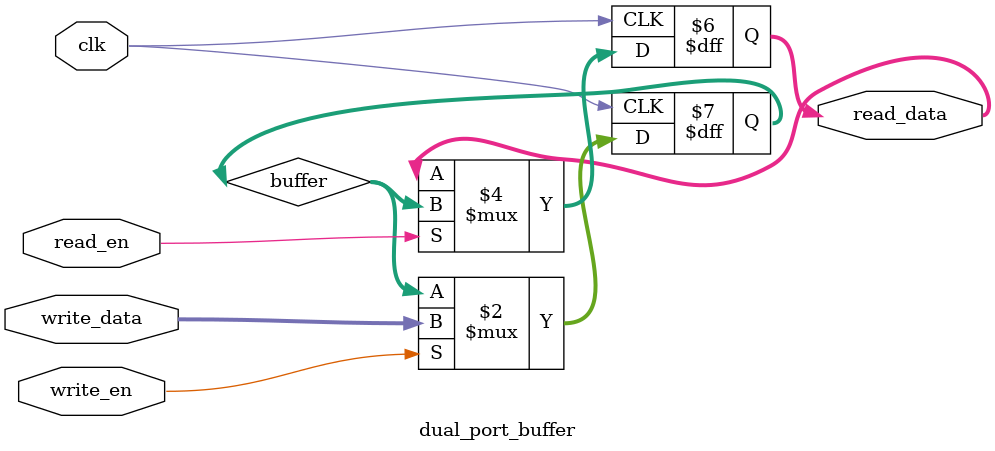
<source format=sv>
module dual_port_buffer (
    input wire clk,
    input wire [31:0] write_data,
    input wire write_en,
    input wire read_en,
    output reg [31:0] read_data
);
    reg [31:0] buffer;
    
    always @(posedge clk) begin
        if (write_en)
            buffer <= write_data;
        if (read_en)
            read_data <= buffer;
    end
endmodule
</source>
